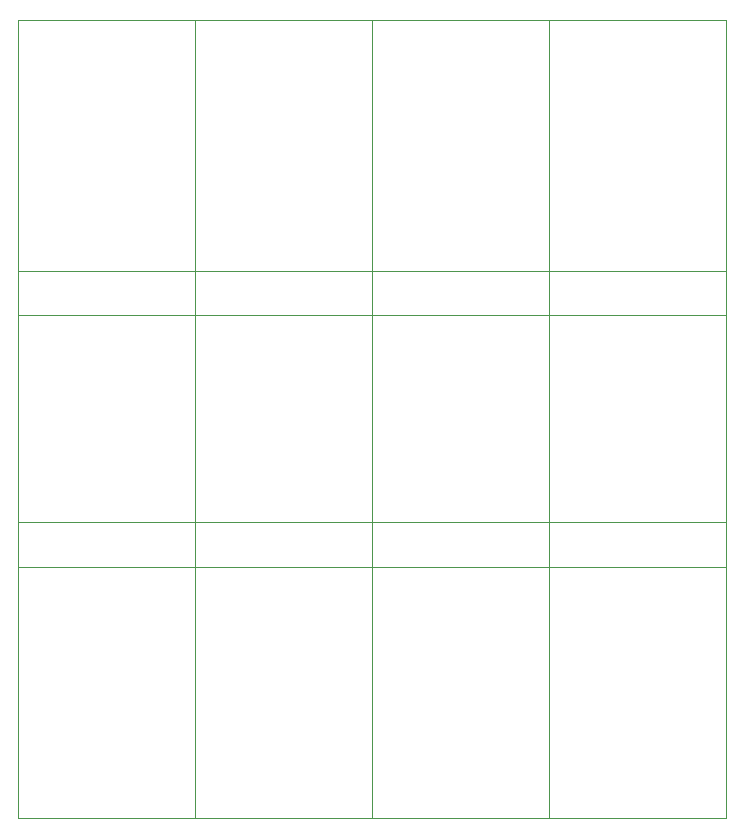
<source format=gm1>
G04*
G04 #@! TF.GenerationSoftware,Altium Limited,Altium Designer,18.1.7 (191)*
G04*
G04 Layer_Color=16711935*
%FSLAX25Y25*%
%MOIN*%
G70*
G01*
G75*
%ADD50C,0.00100*%
D50*
X168000Y271500D02*
X227000D01*
Y173000D02*
Y271500D01*
X168000Y173000D02*
X227000D01*
X168000D02*
Y271500D01*
X227000D02*
X286000D01*
Y173000D02*
Y271500D01*
X227000Y173000D02*
X286000D01*
X227000D02*
Y271500D01*
X286000D02*
X345000D01*
Y173000D02*
Y271500D01*
X286000Y173000D02*
X345000D01*
X286000D02*
Y271500D01*
X345000D02*
X404000D01*
Y173000D02*
Y271500D01*
X345000Y173000D02*
X404000D01*
X345000D02*
Y271500D01*
X168000Y355282D02*
X227000D01*
Y256782D02*
Y355282D01*
X168000Y256782D02*
X227000D01*
X168000D02*
Y355282D01*
X227000D02*
X286000D01*
Y256782D02*
Y355282D01*
X227000Y256782D02*
X286000D01*
X227000D02*
Y355282D01*
X286000D02*
X345000D01*
Y256782D02*
Y355282D01*
X286000Y256782D02*
X345000D01*
X286000D02*
Y355282D01*
X345000D02*
X404000D01*
Y256782D02*
Y355282D01*
X345000Y256782D02*
X404000D01*
X345000D02*
Y355282D01*
X168000Y439064D02*
X227000D01*
Y340564D02*
Y439064D01*
X168000Y340564D02*
X227000D01*
X168000D02*
Y439064D01*
X227000D02*
X286000D01*
Y340564D02*
Y439064D01*
X227000Y340564D02*
X286000D01*
X227000D02*
Y439064D01*
X286000D02*
X345000D01*
Y340564D02*
Y439064D01*
X286000Y340564D02*
X345000D01*
X286000D02*
Y439064D01*
X345000D02*
X404000D01*
Y340564D02*
Y439064D01*
X345000Y340564D02*
X404000D01*
X345000D02*
Y439064D01*
M02*

</source>
